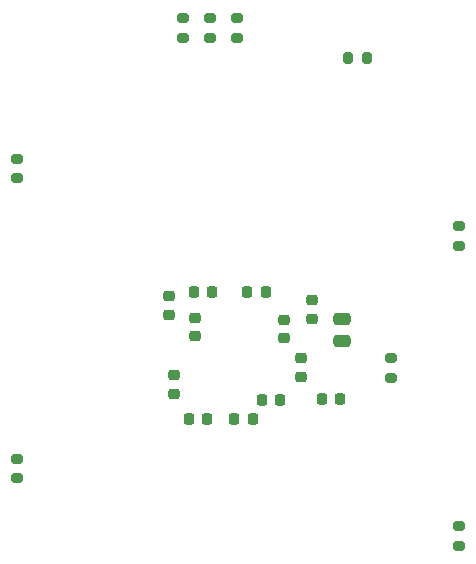
<source format=gbp>
G04 #@! TF.GenerationSoftware,KiCad,Pcbnew,9.0.1*
G04 #@! TF.CreationDate,2025-04-14T17:52:09+10:00*
G04 #@! TF.ProjectId,RP2350B_LevelShift,52503233-3530-4425-9f4c-6576656c5368,rev?*
G04 #@! TF.SameCoordinates,Original*
G04 #@! TF.FileFunction,Paste,Bot*
G04 #@! TF.FilePolarity,Positive*
%FSLAX46Y46*%
G04 Gerber Fmt 4.6, Leading zero omitted, Abs format (unit mm)*
G04 Created by KiCad (PCBNEW 9.0.1) date 2025-04-14 17:52:09*
%MOMM*%
%LPD*%
G01*
G04 APERTURE LIST*
G04 Aperture macros list*
%AMRoundRect*
0 Rectangle with rounded corners*
0 $1 Rounding radius*
0 $2 $3 $4 $5 $6 $7 $8 $9 X,Y pos of 4 corners*
0 Add a 4 corners polygon primitive as box body*
4,1,4,$2,$3,$4,$5,$6,$7,$8,$9,$2,$3,0*
0 Add four circle primitives for the rounded corners*
1,1,$1+$1,$2,$3*
1,1,$1+$1,$4,$5*
1,1,$1+$1,$6,$7*
1,1,$1+$1,$8,$9*
0 Add four rect primitives between the rounded corners*
20,1,$1+$1,$2,$3,$4,$5,0*
20,1,$1+$1,$4,$5,$6,$7,0*
20,1,$1+$1,$6,$7,$8,$9,0*
20,1,$1+$1,$8,$9,$2,$3,0*%
G04 Aperture macros list end*
%ADD10RoundRect,0.225000X0.250000X-0.225000X0.250000X0.225000X-0.250000X0.225000X-0.250000X-0.225000X0*%
%ADD11RoundRect,0.200000X0.275000X-0.200000X0.275000X0.200000X-0.275000X0.200000X-0.275000X-0.200000X0*%
%ADD12RoundRect,0.225000X-0.225000X-0.250000X0.225000X-0.250000X0.225000X0.250000X-0.225000X0.250000X0*%
%ADD13RoundRect,0.225000X-0.250000X0.225000X-0.250000X-0.225000X0.250000X-0.225000X0.250000X0.225000X0*%
%ADD14RoundRect,0.200000X-0.275000X0.200000X-0.275000X-0.200000X0.275000X-0.200000X0.275000X0.200000X0*%
%ADD15RoundRect,0.225000X0.225000X0.250000X-0.225000X0.250000X-0.225000X-0.250000X0.225000X-0.250000X0*%
%ADD16RoundRect,0.200000X-0.200000X-0.275000X0.200000X-0.275000X0.200000X0.275000X-0.200000X0.275000X0*%
%ADD17RoundRect,0.250000X-0.475000X0.250000X-0.475000X-0.250000X0.475000X-0.250000X0.475000X0.250000X0*%
G04 APERTURE END LIST*
D10*
X160920000Y-124975000D03*
X160920000Y-123425000D03*
D11*
X147660000Y-106742500D03*
X147660000Y-105092500D03*
X147660000Y-132142500D03*
X147660000Y-130492500D03*
X185080000Y-112457500D03*
X185080000Y-110807500D03*
D12*
X162620000Y-116385000D03*
X164170000Y-116385000D03*
D13*
X170295000Y-118741500D03*
X170295000Y-120291500D03*
X160560000Y-116735000D03*
X160560000Y-118285000D03*
D14*
X164000000Y-93175000D03*
X164000000Y-94825000D03*
D15*
X167619481Y-127085000D03*
X166069481Y-127085000D03*
X175050000Y-125425000D03*
X173500000Y-125425000D03*
X168720000Y-116385000D03*
X167170000Y-116385000D03*
D11*
X185080000Y-137857500D03*
X185080000Y-136207500D03*
D14*
X166290000Y-93175000D03*
X166290000Y-94825000D03*
D10*
X171720000Y-123541524D03*
X171720000Y-121991524D03*
D15*
X169945000Y-125516500D03*
X168395000Y-125516500D03*
D16*
X175675000Y-96520000D03*
X177325000Y-96520000D03*
D17*
X175200000Y-118635000D03*
X175200000Y-120535000D03*
D10*
X172620000Y-118635000D03*
X172620000Y-117085000D03*
D13*
X162695000Y-118541500D03*
X162695000Y-120091500D03*
D14*
X161710000Y-93175000D03*
X161710000Y-94825000D03*
D12*
X162220000Y-127085000D03*
X163770000Y-127085000D03*
D14*
X179300000Y-121975000D03*
X179300000Y-123625000D03*
M02*

</source>
